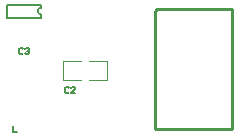
<source format=gto>
%FSLAX23Y23*%
%MOIN*%
G70*
G01*
G75*
%ADD10O,0.022X0.039*%
%ADD11R,0.022X0.039*%
%ADD12R,0.118X0.039*%
%ADD13R,0.118X0.059*%
%ADD14R,0.024X0.020*%
%ADD15R,0.050X0.050*%
%ADD16C,0.010*%
%ADD17C,0.005*%
%ADD18R,0.740X1.090*%
%ADD19C,0.020*%
%ADD20C,0.050*%
%ADD21C,0.039*%
%ADD22C,0.236*%
%ADD23C,0.008*%
%ADD24C,0.004*%
D16*
X1585Y380D02*
Y780D01*
X1335D02*
X1585D01*
X1330Y775D02*
X1335Y780D01*
X1330Y380D02*
Y775D01*
Y380D02*
X1585D01*
D17*
X888Y647D02*
X885Y650D01*
X878D01*
X875Y647D01*
Y633D01*
X878Y630D01*
X885D01*
X888Y633D01*
X895Y647D02*
X898Y650D01*
X905D01*
X908Y647D01*
Y643D01*
X905Y640D01*
X902D01*
X905D01*
X908Y637D01*
Y633D01*
X905Y630D01*
X898D01*
X895Y633D01*
X855Y390D02*
Y370D01*
X868D01*
X1043Y517D02*
X1040Y520D01*
X1033D01*
X1030Y517D01*
Y503D01*
X1033Y500D01*
X1040D01*
X1043Y503D01*
X1063Y500D02*
X1050D01*
X1063Y513D01*
Y517D01*
X1060Y520D01*
X1053D01*
X1050Y517D01*
D23*
X950Y785D02*
G03*
X950Y760I0J-12D01*
G01*
X835Y795D02*
X950D01*
X835Y750D02*
Y795D01*
Y750D02*
X950D01*
Y760D01*
Y785D02*
Y794D01*
D24*
X1167Y543D02*
Y607D01*
X1023D02*
X1083D01*
X1107D02*
X1167D01*
X1107Y543D02*
X1167D01*
X1023D02*
X1083D01*
X1023D02*
Y607D01*
M02*

</source>
